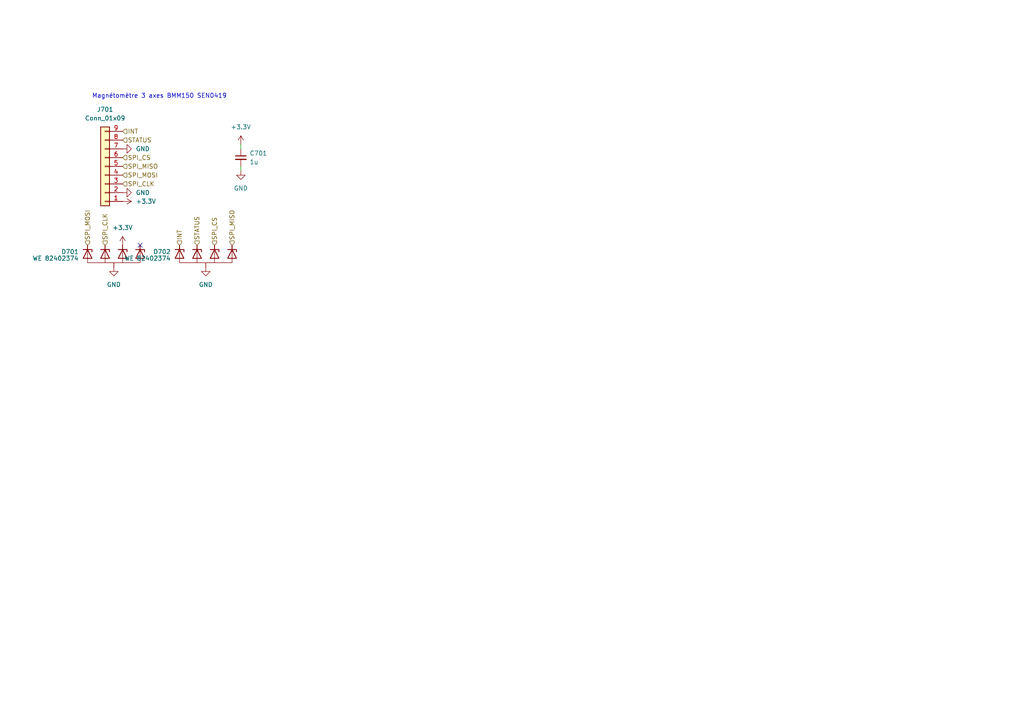
<source format=kicad_sch>
(kicad_sch (version 20231120) (generator "eeschema") (generator_version "8.0")
  (paper "A4")
  (lib_symbols
    (symbol "Connector_Generic:Conn_01x09" (pin_names (offset 1.016) hide)
      (property "Reference" "J" (at 0 12.7 0))
      (property "Value" "Conn_01x09" (at 0 -12.7 0))
      (symbol "Conn_01x09_1_1"
        (rectangle (start -1.27 -10.033) (end 0 -10.287) (stroke (width 0.1524)))
        (rectangle (start -1.27 -7.493) (end 0 -7.747) (stroke (width 0.1524)))
        (rectangle (start -1.27 -4.953) (end 0 -5.207) (stroke (width 0.1524)))
        (rectangle (start -1.27 -2.413) (end 0 -2.667) (stroke (width 0.1524)))
        (rectangle (start -1.27 0.127) (end 0 -0.127) (stroke (width 0.1524)))
        (rectangle (start -1.27 2.667) (end 0 2.413) (stroke (width 0.1524)))
        (rectangle (start -1.27 5.207) (end 0 4.953) (stroke (width 0.1524)))
        (rectangle (start -1.27 7.747) (end 0 7.493) (stroke (width 0.1524)))
        (rectangle (start -1.27 10.287) (end 0 10.033) (stroke (width 0.1524)))
        (rectangle (start -1.27 11.43) (end 1.27 -11.43) (stroke (width 0.254)) (fill (type background)))
        (pin passive line (at -5.08 10.16 0) (length 3.81) (name "Pin_1") (number "1"))
        (pin passive line (at -5.08 7.62 0) (length 3.81) (name "Pin_2") (number "2"))
        (pin passive line (at -5.08 5.08 0) (length 3.81) (name "Pin_3") (number "3"))
        (pin passive line (at -5.08 2.54 0) (length 3.81) (name "Pin_4") (number "4"))
        (pin passive line (at -5.08 0 0) (length 3.81) (name "Pin_5") (number "5"))
        (pin passive line (at -5.08 -2.54 0) (length 3.81) (name "Pin_6") (number "6"))
        (pin passive line (at -5.08 -5.08 0) (length 3.81) (name "Pin_7") (number "7"))
        (pin passive line (at -5.08 -7.62 0) (length 3.81) (name "Pin_8") (number "8"))
        (pin passive line (at -5.08 -10.16 0) (length 3.81) (name "Pin_9") (number "9"))
      )
    )
    (symbol "Device:C_Small" (pin_numbers hide) (pin_names (offset 0.254) hide)
      (property "Reference" "C" (at 0.254 1.778 0))
      (property "Value" "C_Small" (at 0.254 -2.032 0))
      (symbol "C_Small_0_1"
        (polyline (pts (xy -1.524 -0.508) (xy 1.524 -0.508)) (stroke (width 0.3302)))
        (polyline (pts (xy -1.524 0.508) (xy 1.524 0.508)) (stroke (width 0.3048)))
      )
      (symbol "C_Small_1_1"
        (pin passive line (at 0 2.54 270) (length 2.032) (name "~") (number "1"))
        (pin passive line (at 0 -2.54 90) (length 2.032) (name "~") (number "2"))
      )
    )
    (symbol "mylibs:D_TVS_Uni_x4"
      (property "Reference" "D" (at 0 8.128 0))
      (symbol "D_TVS_Uni_x4_0_1"
        (polyline (pts (xy -7.62 -1.27) (xy -7.62 -3.81)))
        (polyline (pts (xy -2.54 -1.27) (xy -2.54 -3.81)))
        (polyline (pts (xy -2.54 1.27) (xy 2.54 1.27)))
        (polyline (pts (xy 2.54 -1.27) (xy 2.54 -3.81)))
        (polyline (pts (xy 7.62 -1.27) (xy 7.62 -3.81)))
        (polyline (pts (xy -2.54 -1.27) (xy -2.54 1.27) (xy -7.62 1.27) (xy -7.62 -1.27)))
        (polyline (pts (xy 7.62 -1.27) (xy 7.62 1.27) (xy 2.54 1.27) (xy 2.54 -1.27)))
      )
      (symbol "D_TVS_Uni_x4_1_1"
        (polyline (pts (xy -8.89 -1.905) (xy -8.89 -2.54) (xy -6.35 -2.54)) (stroke (width 0.254)))
        (polyline (pts (xy -3.81 -1.905) (xy -3.81 -2.54) (xy -1.27 -2.54)) (stroke (width 0.254)))
        (polyline (pts (xy 1.27 -1.905) (xy 1.27 -2.54) (xy 3.81 -2.54)) (stroke (width 0.254)))
        (polyline (pts (xy 6.35 -1.905) (xy 6.35 -2.54) (xy 8.89 -2.54)) (stroke (width 0.254)))
        (polyline (pts (xy -7.62 -2.54) (xy -8.89 0) (xy -6.35 0) (xy -7.62 -2.54)) (stroke (width 0.254)))
        (polyline (pts (xy -2.54 -2.54) (xy -3.81 0) (xy -1.27 0) (xy -2.54 -2.54)) (stroke (width 0.254)))
        (polyline (pts (xy 2.54 -2.54) (xy 1.27 0) (xy 3.81 0) (xy 2.54 -2.54)) (stroke (width 0.254)))
        (polyline (pts (xy 7.62 -2.54) (xy 6.35 0) (xy 8.89 0) (xy 7.62 -2.54)) (stroke (width 0.254)))
        (pin passive line (at -7.62 -3.81 90) (length 1.27) (name "I/O") (number "1"))
        (pin passive line (at 0 2.54 270) (length 1.27) (name "GND") (number "2"))
        (pin passive line (at -2.54 -3.81 90) (length 1.27) (name "I/O") (number "3"))
        (pin passive line (at 2.54 -3.81 90) (length 1.27) (name "I/O") (number "4"))
        (pin passive line (at 7.62 -3.81 90) (length 1.27) (name "I/O") (number "5"))
      )
    )
    (symbol "power:+3.3V" (power) (pin_numbers hide) (pin_names (offset 0) hide)
      (property "Value" "+3.3V" (at 0 3.556 0))
      (symbol "+3.3V_0_1"
        (polyline (pts (xy -0.762 1.27) (xy 0 2.54)))
        (polyline (pts (xy 0 0) (xy 0 2.54)))
        (polyline (pts (xy 0 2.54) (xy 0.762 1.27)))
      )
      (symbol "+3.3V_1_1"
        (pin power_in line (at 0 0 90) (length 0) (name "~") (number "1"))
      )
    )
    (symbol "power:GND" (power) (pin_numbers hide) (pin_names (offset 0) hide)
      (property "Value" "GND" (at 0 -3.81 0))
      (symbol "GND_0_1"
        (polyline (pts (xy 0 0) (xy 0 -1.27) (xy 1.27 -1.27) (xy 0 -2.54) (xy -1.27 -1.27) (xy 0 -1.27)))
      )
      (symbol "GND_1_1"
        (pin power_in line (at 0 0 270) (length 0) (name "~") (number "1"))
      )
    )
  )
  (no_connect (at 40.64 71.12))
  (wire (pts (xy 69.85 48.26) (xy 69.85 49.53)))
  (wire (pts (xy 69.85 41.91) (xy 69.85 43.18)))
  (text "Magnétomètre 3 axes BMM150 SEN0419" (at 26.67 27.94 0) (effects (font (size 1.27 1.27)) (justify left)))
  (hierarchical_label "STATUS" (shape input) (at 57.15 71.12 90))
  (hierarchical_label "SPI_CLK" (shape input) (at 35.56 53.34 0))
  (hierarchical_label "INT" (shape input) (at 52.07 71.12 90))
  (hierarchical_label "SPI_CLK" (shape input) (at 30.48 71.12 90))
  (hierarchical_label "STATUS" (shape input) (at 35.56 40.64 0))
  (hierarchical_label "SPI_MISO" (shape input) (at 67.31 71.12 90))
  (hierarchical_label "SPI_MISO" (shape input) (at 35.56 48.26 0))
  (hierarchical_label "SPI_MOSI" (shape input) (at 35.56 50.8 0))
  (hierarchical_label "INT" (shape input) (at 35.56 38.1 0))
  (hierarchical_label "SPI_CS" (shape input) (at 62.23 71.12 90))
  (hierarchical_label "SPI_CS" (shape input) (at 35.56 45.72 0))
  (hierarchical_label "SPI_MOSI" (shape input) (at 25.4 71.12 90))
  (symbol (lib_id "mylibs:D_TVS_Uni_x4") (at 59.69 74.93 180) (unit 1)
    (property "Reference" "D702" (at 49.53 73.0249 0) (effects (justify left)))
    (property "Value" "WE 82402374" (at 49.53 74.93 0) (effects (justify left)))
    (property "Footprint" "libs:SC70-5L" (effects (hide yes)))
    (property "Datasheet" "https://www.we-online.com/components/products/datasheet/82402374.pdf" (effects (hide yes)))
    (property "Description" "TVS 5V x4" (effects (hide yes)))
    (property "MPN" "WE 82402374" (effects (hide yes)))
  )
  (symbol (lib_id "mylibs:D_TVS_Uni_x4") (at 33.02 74.93 180) (unit 1)
    (property "Reference" "D701" (at 22.86 73.0249 0) (effects (justify left)))
    (property "Value" "WE 82402374" (at 22.86 74.93 0) (effects (justify left)))
    (property "Footprint" "libs:SC70-5L" (effects (hide yes)))
    (property "Datasheet" "https://www.we-online.com/components/products/datasheet/82402374.pdf" (effects (hide yes)))
    (property "Description" "TVS 5V x4" (effects (hide yes)))
    (property "MPN" "WE 82402374" (effects (hide yes)))
  )
  (symbol (lib_id "power:GND") (at 69.85 49.53 0) (unit 1)
    (property "Reference" "#PWR0708" (effects (hide yes)))
    (property "Value" "GND" (at 69.85 54.61 0))
    (property "Description" "Power symbol creates a global label with name \"GND\" , ground" (effects (hide yes)))
  )
  (symbol (lib_id "power:GND") (at 59.69 77.47 0) (unit 1)
    (property "Reference" "#PWR0706" (effects (hide yes)))
    (property "Value" "GND" (at 59.69 82.55 0))
    (property "Description" "Power symbol creates a global label with name \"GND\" , ground" (effects (hide yes)))
  )
  (symbol (lib_id "power:GND") (at 35.56 43.18 90) (unit 1)
    (property "Reference" "#PWR0702" (effects (hide yes)))
    (property "Value" "GND" (at 39.37 43.1799 90) (effects (justify right)))
    (property "Description" "Power symbol creates a global label with name \"GND\" , ground" (effects (hide yes)))
  )
  (symbol (lib_id "Device:C_Small") (at 69.85 45.72 0) (unit 1)
    (property "Reference" "C701" (at 72.39 44.4562 0) (effects (justify left)))
    (property "Value" "1u" (at 72.39 46.9962 0) (effects (justify left)))
    (property "Footprint" "Capacitor_SMD:C_0402_1005Metric" (effects (hide yes)))
    (property "Description" "Unpolarized capacitor, small symbol" (effects (hide yes)))
    (property "MPN" "WE 885012105012" (effects (hide yes)))
  )
  (symbol (lib_id "power:+3.3V") (at 69.85 41.91 0) (unit 1)
    (property "Reference" "#PWR0707" (effects (hide yes)))
    (property "Value" "+3.3V" (at 69.85 36.83 0))
    (property "Description" "Power symbol creates a global label with name \"+3.3V\"" (effects (hide yes)))
  )
  (symbol (lib_id "power:GND") (at 33.02 77.47 0) (unit 1)
    (property "Reference" "#PWR0701" (effects (hide yes)))
    (property "Value" "GND" (at 33.02 82.55 0))
    (property "Description" "Power symbol creates a global label with name \"GND\" , ground" (effects (hide yes)))
  )
  (symbol (lib_id "power:+3.3V") (at 35.56 58.42 270) (unit 1)
    (property "Reference" "#PWR0704" (effects (hide yes)))
    (property "Value" "+3.3V" (at 39.37 58.4199 90) (effects (justify left)))
    (property "Description" "Power symbol creates a global label with name \"+3.3V\"" (effects (hide yes)))
  )
  (symbol (lib_id "power:+3.3V") (at 35.56 71.12 0) (unit 1)
    (property "Reference" "#PWR0705" (effects (hide yes)))
    (property "Value" "+3.3V" (at 35.56 66.04 0))
    (property "Description" "Power symbol creates a global label with name \"+3.3V\"" (effects (hide yes)))
  )
  (symbol (lib_id "Connector_Generic:Conn_01x09") (at 30.48 48.26 180) (unit 1)
    (property "Reference" "J701" (at 30.48 31.75 0))
    (property "Value" "Conn_01x09" (at 30.48 34.29 0))
    (property "Footprint" "Connector_JST:JST_XH_S9B-XH-A_1x09_P2.50mm_Horizontal" (effects (hide yes)))
    (property "Description" "Generic connector, single row, 01x09, script generated (kicad-library-utils/schlib/autogen/connector/)" (effects (hide yes)))
    (property "MPN" "S9B-XH-A (LF)(SN)" (effects (hide yes)))
  )
  (symbol (lib_id "power:GND") (at 35.56 55.88 90) (unit 1)
    (property "Reference" "#PWR0703" (effects (hide yes)))
    (property "Value" "GND" (at 39.37 55.8799 90) (effects (justify right)))
    (property "Description" "Power symbol creates a global label with name \"GND\" , ground" (effects (hide yes)))
  )
)
</source>
